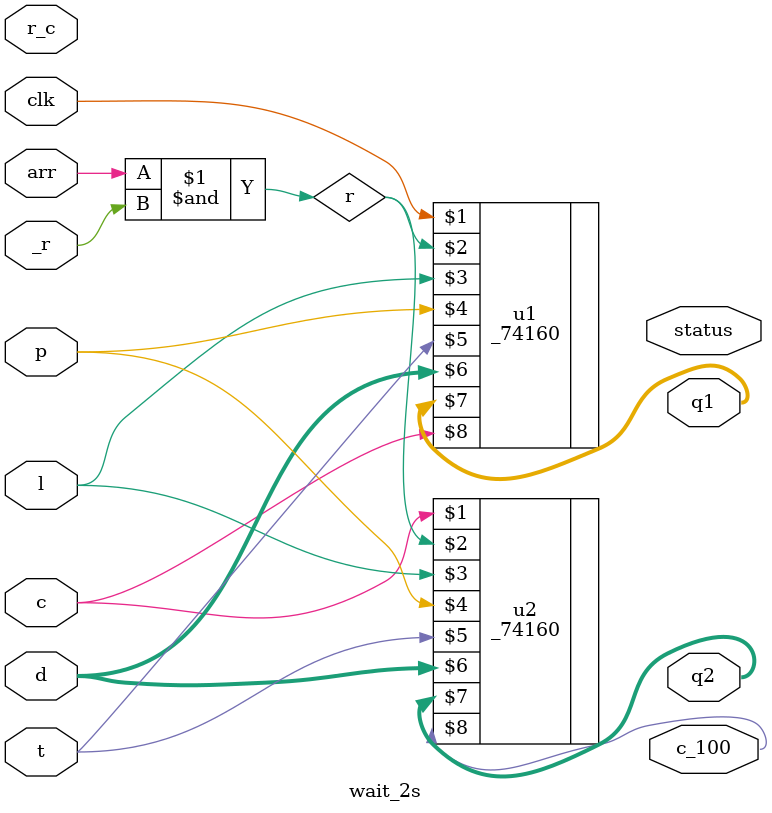
<source format=v>
module wait_2s(clk, _r, l, p, t, d, q1, q2, c, c_100, arr, r_c, status);
/*
在电梯运行到达模块应该有把开门位开放位1
*/

//clk输入为50HZ
input r_c; //r_c为人按下关门按钮
input clk, arr;
input _r, l, p, t;//r为用户开门按钮
input[3:0] d;
output[3:0] q1;
output[3:0] q2;
inout c;
output c_100;
wire r;

output status;

assign r= arr & _r;//只有到站和用户不按开门按钮时候计数等待
//组合100进制
_74160 u1(clk, r, l, p, t, d, q1, c); 
_74160 u2(c, r, l, p, t, d, q2, c_100); 
//在100时高电平,即c_100下降沿为2s末

//把_r置零可以重新计数,_r为按钮输入,按下置零,可保持开门,同时下降沿作为开门信号


endmodule
</source>
